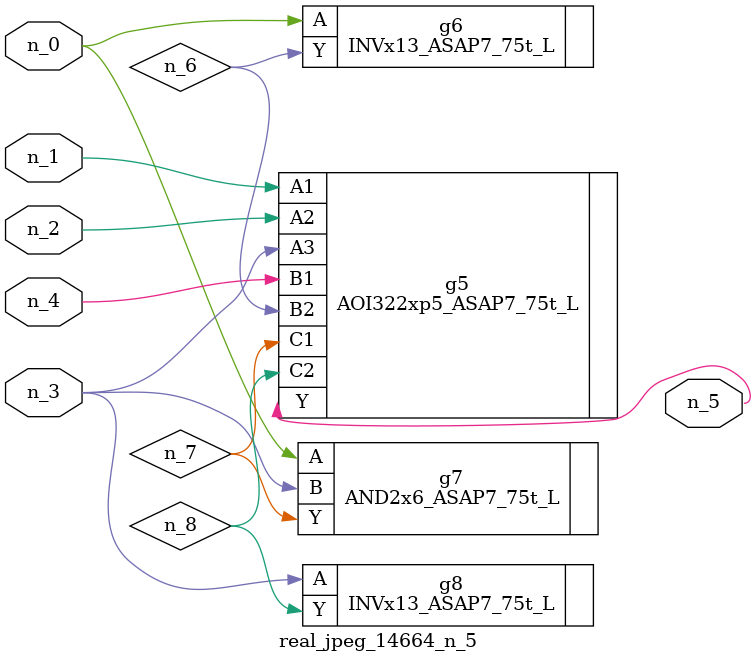
<source format=v>
module real_jpeg_14664_n_5 (n_4, n_0, n_1, n_2, n_3, n_5);

input n_4;
input n_0;
input n_1;
input n_2;
input n_3;

output n_5;

wire n_8;
wire n_6;
wire n_7;

INVx13_ASAP7_75t_L g6 ( 
.A(n_0),
.Y(n_6)
);

AND2x6_ASAP7_75t_L g7 ( 
.A(n_0),
.B(n_3),
.Y(n_7)
);

AOI322xp5_ASAP7_75t_L g5 ( 
.A1(n_1),
.A2(n_2),
.A3(n_3),
.B1(n_4),
.B2(n_6),
.C1(n_7),
.C2(n_8),
.Y(n_5)
);

INVx13_ASAP7_75t_L g8 ( 
.A(n_3),
.Y(n_8)
);


endmodule
</source>
